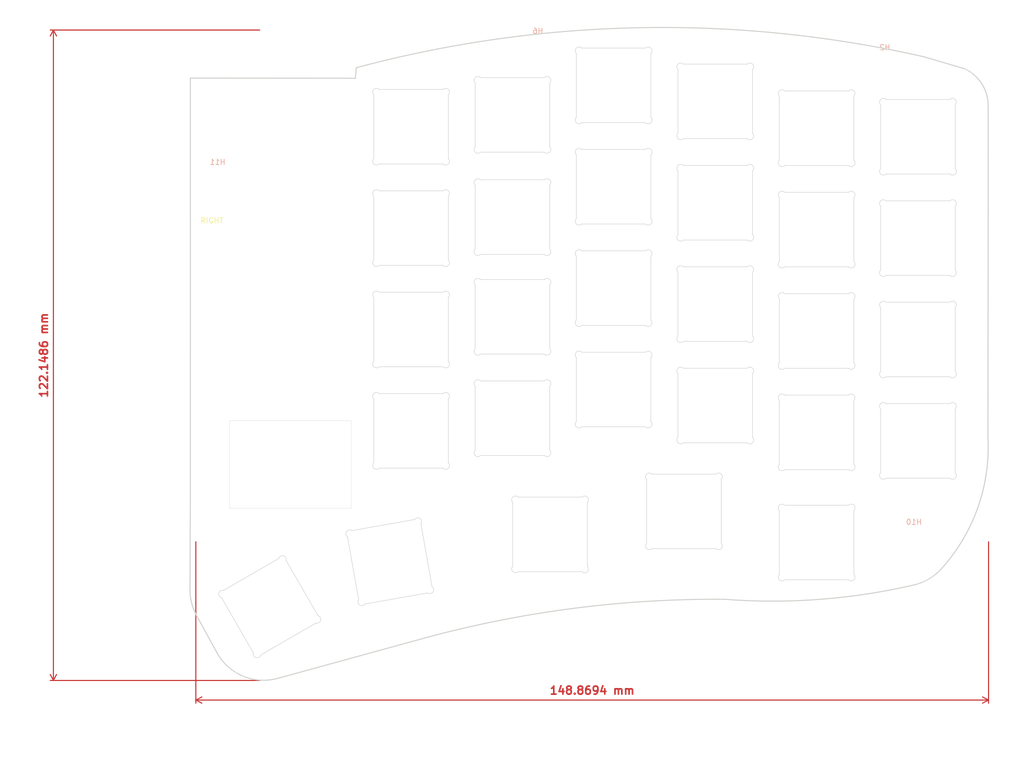
<source format=kicad_pcb>
(kicad_pcb (version 20211014) (generator pcbnew)
  (layers (0 "F.Cu" signal) (31 "B.Cu" signal) (34 "B.Paste" user) (35 "F.Paste" user) (36 "B.SilkS" user "B.Silkscreen") (37 "F.SilkS" user "F.Silkscreen") (38 "B.Mask" user) (39 "F.Mask" user) (44 "Edge.Cuts" user))
  (net 0 "")
  (net 1 "GND")
  (net 2 "+5V")
  (footprint "MountingHole:MountingHole_3.2mm_M3" (layer "B.Cu") (at 219.1004 44.069 180)
    (fp_text reference "H2" (at 0 4.2) (layer "B.SilkS") (effects (justify mirror)))
    (fp_text value "MountingHole")
    (pad "" np_thru_hole circle locked (at 0 0 180) (size 3.2 3.2) (drill 3.2) (layers *.Cu *.Mask))
  )
  (footprint "MountingHole:MountingHole_3.2mm_M3" (layer "B.Cu") (at 168.783 121.0818 180)
    (fp_text reference "H3" hide)
    (fp_text value "MountingHole")
    (pad "" np_thru_hole circle locked (at 0 0 180) (size 3.2 3.2) (drill 3.2) (layers *.Cu *.Mask))
  )
  (footprint "MountingHole:MountingHole_3.2mm_M3" (layer "B.Cu") (at 95.504 134.366 180)
    (fp_text reference "H9" hide)
    (fp_text value "MountingHole")
    (pad "" np_thru_hole circle locked (at 0 0 180) (size 3.2 3.2) (drill 3.2) (layers *.Cu *.Mask))
  )
  (footprint "MountingHole:MountingHole_3.2mm_M3" (layer "B.Cu") (at 224.561 133.198 180)
    (fp_text reference "H10" (at 0 4.2) (layer "B.SilkS") (effects (justify mirror)))
    (fp_text value "MountingHole")
    (pad "" np_thru_hole circle locked (at 0 0 180) (size 3.2 3.2) (drill 3.2) (layers *.Cu *.Mask))
  )
  (footprint "MountingHole:MountingHole_3.2mm_M3" (layer "B.Cu") (at 153.924 40.9956 180)
    (fp_text reference "H6" (at 0 4.2) (layer "B.SilkS") (effects (justify mirror)))
    (fp_text value "MountingHole")
    (pad "" np_thru_hole circle locked (at 0 0 180) (size 3.2 3.2) (drill 3.2) (layers *.Cu *.Mask))
  )
  (footprint "MountingHole:MountingHole_3.2mm_M3" (layer "B.Cu") (at 93.7766 65.6082 180)
    (fp_text reference "H11" (at 0 4.2) (layer "B.SilkS") (effects (justify mirror)))
    (fp_text value "MountingHole")
    (pad "" np_thru_hole circle locked (at 0 0 180) (size 3.2 3.2) (drill 3.2) (layers *.Cu *.Mask))
  )
  (footprint "reversible-kicad-footprints:MX-1U-PlateCutout" (layer "B.Cu") (at 225.298 75.682 180)
    (fp_text reference "SW7")
    (fp_text value "TAB")
    (fp_line (start 6 -7) (end -6 -7) (layer "Edge.Cuts") (width 0.1))
    (fp_line (start -6 7) (end 6 7) (layer "Edge.Cuts") (width 0.1))
    (fp_line (start 7 6) (end 7 -6) (layer "Edge.Cuts") (width 0.1))
    (fp_line (start -7 -6) (end -7 6) (layer "Edge.Cuts") (width 0.1))
    (fp_arc (start 6 -7) (mid 7 -7) (end 7 -6) (layer "Edge.Cuts") (width 0.1))
    (fp_arc (start -7 -6) (mid -7 -7) (end -6 -7) (layer "Edge.Cuts") (width 0.1))
    (fp_arc (start 7 6) (mid 7 7) (end 6 7) (layer "Edge.Cuts") (width 0.1))
    (fp_arc (start -6 7) (mid -7 7) (end -7 6) (layer "Edge.Cuts") (width 0.1))
  )
  (footprint "reversible-kicad-footprints:MX-1U-PlateCutout" (layer "B.Cu") (at 206.273 55.0398 180)
    (fp_text reference "SW2")
    (fp_text value "1")
    (fp_line (start -7 -6) (end -7 6) (layer "Edge.Cuts") (width 0.1))
    (fp_line (start 6 -7) (end -6 -7) (layer "Edge.Cuts") (width 0.1))
    (fp_line (start -6 7) (end 6 7) (layer "Edge.Cuts") (width 0.1))
    (fp_line (start 7 6) (end 7 -6) (layer "Edge.Cuts") (width 0.1))
    (fp_arc (start -7 -6) (mid -7 -7) (end -6 -7) (layer "Edge.Cuts") (width 0.1))
    (fp_arc (start -6 7) (mid -7 7) (end -7 6) (layer "Edge.Cuts") (width 0.1))
    (fp_arc (start 6 -7) (mid 7 -7) (end 7 -6) (layer "Edge.Cuts") (width 0.1))
    (fp_arc (start 7 6) (mid 7 7) (end 6 7) (layer "Edge.Cuts") (width 0.1))
  )
  (footprint "reversible-kicad-footprints:MX-1U-PlateCutout" (layer "B.Cu") (at 149.153 109.498 180)
    (fp_text reference "SW23")
    (fp_text value "C")
    (fp_line (start -7 -6) (end -7 6) (layer "Edge.Cuts") (width 0.1))
    (fp_line (start 6 -7) (end -6 -7) (layer "Edge.Cuts") (width 0.1))
    (fp_line (start -6 7) (end 6 7) (layer "Edge.Cuts") (width 0.1))
    (fp_line (start 7 6) (end 7 -6) (layer "Edge.Cuts") (width 0.1))
    (fp_arc (start -7 -6) (mid -7 -7) (end -6 -7) (layer "Edge.Cuts") (width 0.1))
    (fp_arc (start -6 7) (mid -7 7) (end -7 6) (layer "Edge.Cuts") (width 0.1))
    (fp_arc (start 6 -7) (mid 7 -7) (end 7 -6) (layer "Edge.Cuts") (width 0.1))
    (fp_arc (start 7 6) (mid 7 7) (end 6 7) (layer "Edge.Cuts") (width 0.1))
  )
  (footprint "reversible-kicad-footprints:MX-1U-PlateCutout" (layer "B.Cu") (at 130.113 111.878 180)
    (fp_text reference "SW24")
    (fp_text value "V")
    (fp_line (start 6 -7) (end -6 -7) (layer "Edge.Cuts") (width 0.1))
    (fp_line (start -7 -6) (end -7 6) (layer "Edge.Cuts") (width 0.1))
    (fp_line (start -6 7) (end 6 7) (layer "Edge.Cuts") (width 0.1))
    (fp_line (start 7 6) (end 7 -6) (layer "Edge.Cuts") (width 0.1))
    (fp_arc (start 7 6) (mid 7 7) (end 6 7) (layer "Edge.Cuts") (width 0.1))
    (fp_arc (start -7 -6) (mid -7 -7) (end -6 -7) (layer "Edge.Cuts") (width 0.1))
    (fp_arc (start -6 7) (mid -7 7) (end -7 6) (layer "Edge.Cuts") (width 0.1))
    (fp_arc (start 6 -7) (mid 7 -7) (end 7 -6) (layer "Edge.Cuts") (width 0.1))
  )
  (footprint "reversible-kicad-footprints:MX-1U-PlateCutout" (layer "B.Cu") (at 168.148 104.1102 180)
    (fp_text reference "SW22")
    (fp_text value "X")
    (fp_line (start -7 -6) (end -7 6) (layer "Edge.Cuts") (width 0.1))
    (fp_line (start 7 6) (end 7 -6) (layer "Edge.Cuts") (width 0.1))
    (fp_line (start 6 -7) (end -6 -7) (layer "Edge.Cuts") (width 0.1))
    (fp_line (start -6 7) (end 6 7) (layer "Edge.Cuts") (width 0.1))
    (fp_arc (start -7 -6) (mid -7 -7) (end -6 -7) (layer "Edge.Cuts") (width 0.1))
    (fp_arc (start -6 7) (mid -7 7) (end -7 6) (layer "Edge.Cuts") (width 0.1))
    (fp_arc (start 7 6) (mid 7 7) (end 6 7) (layer "Edge.Cuts") (width 0.1))
    (fp_arc (start 6 -7) (mid 7 -7) (end 7 -6) (layer "Edge.Cuts") (width 0.1))
  )
  (footprint "reversible-kicad-footprints:MX-1U-PlateCutout" (layer "B.Cu") (at 130.113 54.7578 180)
    (fp_text reference "SW6")
    (fp_text value "5")
    (fp_line (start -6 7) (end 6 7) (layer "Edge.Cuts") (width 0.1))
    (fp_line (start 6 -7) (end -6 -7) (layer "Edge.Cuts") (width 0.1))
    (fp_line (start -7 -6) (end -7 6) (layer "Edge.Cuts") (width 0.1))
    (fp_line (start 7 6) (end 7 -6) (layer "Edge.Cuts") (width 0.1))
    (fp_arc (start 6 -7) (mid 7 -7) (end 7 -6) (layer "Edge.Cuts") (width 0.1))
    (fp_arc (start -6 7) (mid -7 7) (end -7 6) (layer "Edge.Cuts") (width 0.1))
    (fp_arc (start -7 -6) (mid -7 -7) (end -6 -7) (layer "Edge.Cuts") (width 0.1))
    (fp_arc (start 7 6) (mid 7 7) (end 6 7) (layer "Edge.Cuts") (width 0.1))
  )
  (footprint "reversible-kicad-footprints:MX-1U-PlateCutout" (layer "B.Cu") (at 206.273 132.842 180)
    (fp_text reference "SW25")
    (fp_text value "CTRL")
    (fp_line (start -7 -6) (end -7 6) (layer "Edge.Cuts") (width 0.1))
    (fp_line (start -6 7) (end 6 7) (layer "Edge.Cuts") (width 0.1))
    (fp_line (start 7 6) (end 7 -6) (layer "Edge.Cuts") (width 0.1))
    (fp_line (start 6 -7) (end -6 -7) (layer "Edge.Cuts") (width 0.1))
    (fp_arc (start -6 7) (mid -7 7) (end -7 6) (layer "Edge.Cuts") (width 0.1))
    (fp_arc (start 7 6) (mid 7 7) (end 6 7) (layer "Edge.Cuts") (width 0.1))
    (fp_arc (start -7 -6) (mid -7 -7) (end -6 -7) (layer "Edge.Cuts") (width 0.1))
    (fp_arc (start 6 -7) (mid 7 -7) (end 7 -6) (layer "Edge.Cuts") (width 0.1))
  )
  (footprint "reversible-kicad-footprints:MX-1U-PlateCutout" (layer "B.Cu") (at 149.153 52.5378 180)
    (fp_text reference "SW5")
    (fp_text value "4")
    (fp_line (start -7 -6) (end -7 6) (layer "Edge.Cuts") (width 0.1))
    (fp_line (start -6 7) (end 6 7) (layer "Edge.Cuts") (width 0.1))
    (fp_line (start 7 6) (end 7 -6) (layer "Edge.Cuts") (width 0.1))
    (fp_line (start 6 -7) (end -6 -7) (layer "Edge.Cuts") (width 0.1))
    (fp_arc (start 6 -7) (mid 7 -7) (end 7 -6) (layer "Edge.Cuts") (width 0.1))
    (fp_arc (start -7 -6) (mid -7 -7) (end -6 -7) (layer "Edge.Cuts") (width 0.1))
    (fp_arc (start -6 7) (mid -7 7) (end -7 6) (layer "Edge.Cuts") (width 0.1))
    (fp_arc (start 7 6) (mid 7 7) (end 6 7) (layer "Edge.Cuts") (width 0.1))
  )
  (footprint "reversible-kicad-footprints:MX-1U-PlateCutout" (layer "B.Cu") (at 187.233 107.118 180)
    (fp_text reference "SW21")
    (fp_text value "Z")
    (fp_line (start -7 -6) (end -7 6) (layer "Edge.Cuts") (width 0.1))
    (fp_line (start 7 6) (end 7 -6) (layer "Edge.Cuts") (width 0.1))
    (fp_line (start -6 7) (end 6 7) (layer "Edge.Cuts") (width 0.1))
    (fp_line (start 6 -7) (end -6 -7) (layer "Edge.Cuts") (width 0.1))
    (fp_arc (start -6 7) (mid -7 7) (end -7 6) (layer "Edge.Cuts") (width 0.1))
    (fp_arc (start 7 6) (mid 7 7) (end 6 7) (layer "Edge.Cuts") (width 0.1))
    (fp_arc (start 6 -7) (mid 7 -7) (end 7 -6) (layer "Edge.Cuts") (width 0.1))
    (fp_arc (start -7 -6) (mid -7 -7) (end -6 -7) (layer "Edge.Cuts") (width 0.1))
  )
  (footprint "reversible-kicad-footprints:MX-1U-PlateCutout" (layer "B.Cu") (at 130.113 73.7978 180)
    (fp_text reference "SW12")
    (fp_text value "T")
    (fp_line (start -7 -6) (end -7 6) (layer "Edge.Cuts") (width 0.1))
    (fp_line (start 7 6) (end 7 -6) (layer "Edge.Cuts") (width 0.1))
    (fp_line (start 6 -7) (end -6 -7) (layer "Edge.Cuts") (width 0.1))
    (fp_line (start -6 7) (end 6 7) (layer "Edge.Cuts") (width 0.1))
    (fp_arc (start -6 7) (mid -7 7) (end -7 6) (layer "Edge.Cuts") (width 0.1))
    (fp_arc (start 6 -7) (mid 7 -7) (end 7 -6) (layer "Edge.Cuts") (width 0.1))
    (fp_arc (start 7 6) (mid 7 7) (end 6 7) (layer "Edge.Cuts") (width 0.1))
    (fp_arc (start -7 -6) (mid -7 -7) (end -6 -7) (layer "Edge.Cuts") (width 0.1))
  )
  (footprint "reversible-kicad-footprints:MX-1U-PlateCutout" (layer "B.Cu") (at 156.21 131.318 180)
    (fp_text reference "SW27")
    (fp_text value "ALT")
    (fp_line (start -6 7) (end 6 7) (layer "Edge.Cuts") (width 0.1))
    (fp_line (start 6 -7) (end -6 -7) (layer "Edge.Cuts") (width 0.1))
    (fp_line (start 7 6) (end 7 -6) (layer "Edge.Cuts") (width 0.1))
    (fp_line (start -7 -6) (end -7 6) (layer "Edge.Cuts") (width 0.1))
    (fp_arc (start 6 -7) (mid 7 -7) (end 7 -6) (layer "Edge.Cuts") (width 0.1))
    (fp_arc (start -6 7) (mid -7 7) (end -7 6) (layer "Edge.Cuts") (width 0.1))
    (fp_arc (start 7 6) (mid 7 7) (end 6 7) (layer "Edge.Cuts") (width 0.1))
    (fp_arc (start -7 -6) (mid -7 -7) (end -6 -7) (layer "Edge.Cuts") (width 0.1))
  )
  (footprint "reversible-kicad-footprints:MX-1U-PlateCutout" (layer "B.Cu") (at 103.575 144.9 120)
    (fp_text reference "SW29")
    (fp_text value "C")
    (fp_line (start -6 7) (end 6 7) (layer "Edge.Cuts") (width 0.1))
    (fp_line (start -7 -6) (end -7 6) (layer "Edge.Cuts") (width 0.1))
    (fp_line (start 7 6) (end 7 -6) (layer "Edge.Cuts") (width 0.1))
    (fp_line (start 6 -7) (end -6 -7) (layer "Edge.Cuts") (width 0.1))
    (fp_arc (start -7 -6) (mid -7 -7) (end -6 -7) (layer "Edge.Cuts") (width 0.1))
    (fp_arc (start 7 6) (mid 7 7) (end 6 7) (layer "Edge.Cuts") (width 0.1))
    (fp_arc (start 6 -7) (mid 7 -7) (end 7 -6) (layer "Edge.Cuts") (width 0.1))
    (fp_arc (start -6 7) (mid -7 7) (end -7 6) (layer "Edge.Cuts") (width 0.1))
  )
  (footprint "reversible-kicad-footprints:MX-1U-PlateCutout" (layer "B.Cu") (at 126.1132 136.4598 -170)
    (fp_text reference "SW28")
    (fp_text value "X")
    (fp_line (start 7 6) (end 7 -6) (layer "Edge.Cuts") (width 0.1))
    (fp_line (start -6 7) (end 6 7) (layer "Edge.Cuts") (width 0.1))
    (fp_line (start -7 -6) (end -7 6) (layer "Edge.Cuts") (width 0.1))
    (fp_line (start 6 -7) (end -6 -7) (layer "Edge.Cuts") (width 0.1))
    (fp_arc (start 7 6) (mid 7 7) (end 6 7) (layer "Edge.Cuts") (width 0.1))
    (fp_arc (start 6 -7) (mid 7 -7) (end 7 -6) (layer "Edge.Cuts") (width 0.1))
    (fp_arc (start -6 7) (mid -7 7) (end -7 6) (layer "Edge.Cuts") (width 0.1))
    (fp_arc (start -7 -6) (mid -7 -7) (end -6 -7) (layer "Edge.Cuts") (width 0.1))
  )
  (footprint "reversible-kicad-footprints:MX-1U-PlateCutout" (layer "B.Cu") (at 225.298 94.722 180)
    (fp_text reference "SW13")
    (fp_text value "CAPS")
    (fp_line (start 7 6) (end 7 -6) (layer "Edge.Cuts") (width 0.1))
    (fp_line (start -6 7) (end 6 7) (layer "Edge.Cuts") (width 0.1))
    (fp_line (start -7 -6) (end -7 6) (layer "Edge.Cuts") (width 0.1))
    (fp_line (start 6 -7) (end -6 -7) (layer "Edge.Cuts") (width 0.1))
    (fp_arc (start -7 -6) (mid -7 -7) (end -6 -7) (layer "Edge.Cuts") (width 0.1))
    (fp_arc (start -6 7) (mid -7 7) (end -7 6) (layer "Edge.Cuts") (width 0.1))
    (fp_arc (start 7 6) (mid 7 7) (end 6 7) (layer "Edge.Cuts") (width 0.1))
    (fp_arc (start 6 -7) (mid 7 -7) (end 7 -6) (layer "Edge.Cuts") (width 0.1))
  )
  (footprint "reversible-kicad-footprints:MX-1U-PlateCutout" (layer "B.Cu") (at 149.153 90.4578 180)
    (fp_text reference "SW17")
    (fp_text value "F")
    (fp_line (start 7 6) (end 7 -6) (layer "Edge.Cuts") (width 0.1))
    (fp_line (start 6 -7) (end -6 -7) (layer "Edge.Cuts") (width 0.1))
    (fp_line (start -6 7) (end 6 7) (layer "Edge.Cuts") (width 0.1))
    (fp_line (start -7 -6) (end -7 6) (layer "Edge.Cuts") (width 0.1))
    (fp_arc (start -7 -6) (mid -7 -7) (end -6 -7) (layer "Edge.Cuts") (width 0.1))
    (fp_arc (start 7 6) (mid 7 7) (end 6 7) (layer "Edge.Cuts") (width 0.1))
    (fp_arc (start -6 7) (mid -7 7) (end -7 6) (layer "Edge.Cuts") (width 0.1))
    (fp_arc (start 6 -7) (mid 7 -7) (end 7 -6) (layer "Edge.Cuts") (width 0.1))
  )
  (footprint "reversible-kicad-footprints:MX-1U-PlateCutout" (layer "B.Cu") (at 168.148 66.03 180)
    (fp_text reference "SW10")
    (fp_text value "E")
    (fp_line (start -7 -6) (end -7 6) (layer "Edge.Cuts") (width 0.1))
    (fp_line (start -6 7) (end 6 7) (layer "Edge.Cuts") (width 0.1))
    (fp_line (start 6 -7) (end -6 -7) (layer "Edge.Cuts") (width 0.1))
    (fp_line (start 7 6) (end 7 -6) (layer "Edge.Cuts") (width 0.1))
    (fp_arc (start -7 -6) (mid -7 -7) (end -6 -7) (layer "Edge.Cuts") (width 0.1))
    (fp_arc (start -6 7) (mid -7 7) (end -7 6) (layer "Edge.Cuts") (width 0.1))
    (fp_arc (start 7 6) (mid 7 7) (end 6 7) (layer "Edge.Cuts") (width 0.1))
    (fp_arc (start 6 -7) (mid 7 -7) (end 7 -6) (layer "Edge.Cuts") (width 0.1))
  )
  (footprint "reversible-kicad-footprints:MX-1U-PlateCutout" (layer "B.Cu") (at 206.273 112.16 180)
    (fp_text reference "SW20")
    (fp_text value "<")
    (fp_line (start 7 6) (end 7 -6) (layer "Edge.Cuts") (width 0.1))
    (fp_line (start -6 7) (end 6 7) (layer "Edge.Cuts") (width 0.1))
    (fp_line (start 6 -7) (end -6 -7) (layer "Edge.Cuts") (width 0.1))
    (fp_line (start -7 -6) (end -7 6) (layer "Edge.Cuts") (width 0.1))
    (fp_arc (start -6 7) (mid -7 7) (end -7 6) (layer "Edge.Cuts") (width 0.1))
    (fp_arc (start 6 -7) (mid 7 -7) (end 7 -6) (layer "Edge.Cuts") (width 0.1))
    (fp_arc (start 7 6) (mid 7 7) (end 6 7) (layer "Edge.Cuts") (width 0.1))
    (fp_arc (start -7 -6) (mid -7 -7) (end -6 -7) (layer "Edge.Cuts") (width 0.1))
  )
  (footprint "reversible-kicad-footprints:MX-1U-PlateCutout" (layer "B.Cu") (at 168.148 85.07 180)
    (fp_text reference "SW16")
    (fp_text value "D")
    (fp_line (start 7 6) (end 7 -6) (layer "Edge.Cuts") (width 0.1))
    (fp_line (start -7 -6) (end -7 6) (layer "Edge.Cuts") (width 0.1))
    (fp_line (start 6 -7) (end -6 -7) (layer "Edge.Cuts") (width 0.1))
    (fp_line (start -6 7) (end 6 7) (layer "Edge.Cuts") (width 0.1))
    (fp_arc (start 6 -7) (mid 7 -7) (end 7 -6) (layer "Edge.Cuts") (width 0.1))
    (fp_arc (start 7 6) (mid 7 7) (end 6 7) (layer "Edge.Cuts") (width 0.1))
    (fp_arc (start -7 -6) (mid -7 -7) (end -6 -7) (layer "Edge.Cuts") (width 0.1))
    (fp_arc (start -6 7) (mid -7 7) (end -7 6) (layer "Edge.Cuts") (width 0.1))
  )
  (footprint "reversible-kicad-footprints:MX-1U-PlateCutout" (layer "B.Cu") (at 149.153 71.7378 180)
    (fp_text reference "SW11")
    (fp_text value "R")
    (fp_line (start -7 -6) (end -7 6) (layer "Edge.Cuts") (width 0.1))
    (fp_line (start 7 6) (end 7 -6) (layer "Edge.Cuts") (width 0.1))
    (fp_line (start 6 -7) (end -6 -7) (layer "Edge.Cuts") (width 0.1))
    (fp_line (start -6 7) (end 6 7) (layer "Edge.Cuts") (width 0.1))
    (fp_arc (start -7 -6) (mid -7 -7) (end -6 -7) (layer "Edge.Cuts") (width 0.1))
    (fp_arc (start -6 7) (mid -7 7) (end -7 6) (layer "Edge.Cuts") (width 0.1))
    (fp_arc (start 6 -7) (mid 7 -7) (end 7 -6) (layer "Edge.Cuts") (width 0.1))
    (fp_arc (start 7 6) (mid 7 7) (end 6 7) (layer "Edge.Cuts") (width 0.1))
  )
  (footprint "reversible-kicad-footprints:MX-1U-PlateCutout" (layer "B.Cu") (at 187.233 69.0378 180)
    (fp_text reference "SW9")
    (fp_text value "W")
    (fp_line (start 6 -7) (end -6 -7) (layer "Edge.Cuts") (width 0.1))
    (fp_line (start -7 -6) (end -7 6) (layer "Edge.Cuts") (width 0.1))
    (fp_line (start 7 6) (end 7 -6) (layer "Edge.Cuts") (width 0.1))
    (fp_line (start -6 7) (end 6 7) (layer "Edge.Cuts") (width 0.1))
    (fp_arc (start 7 6) (mid 7 7) (end 6 7) (layer "Edge.Cuts") (width 0.1))
    (fp_arc (start 6 -7) (mid 7 -7) (end 7 -6) (layer "Edge.Cuts") (width 0.1))
    (fp_arc (start -6 7) (mid -7 7) (end -7 6) (layer "Edge.Cuts") (width 0.1))
    (fp_arc (start -7 -6) (mid -7 -7) (end -6 -7) (layer "Edge.Cuts") (width 0.1))
  )
  (footprint "reversible-kicad-footprints:MX-1U-PlateCutout" (layer "B.Cu") (at 187.233 49.9978 180)
    (fp_text reference "SW3")
    (fp_text value "2")
    (fp_line (start 6 -7) (end -6 -7) (layer "Edge.Cuts") (width 0.1))
    (fp_line (start -7 -6) (end -7 6) (layer "Edge.Cuts") (width 0.1))
    (fp_line (start -6 7) (end 6 7) (layer "Edge.Cuts") (width 0.1))
    (fp_line (start 7 6) (end 7 -6) (layer "Edge.Cuts") (width 0.1))
    (fp_arc (start 6 -7) (mid 7 -7) (end 7 -6) (layer "Edge.Cuts") (width 0.1))
    (fp_arc (start -7 -6) (mid -7 -7) (end -6 -7) (layer "Edge.Cuts") (width 0.1))
    (fp_arc (start 7 6) (mid 7 7) (end 6 7) (layer "Edge.Cuts") (width 0.1))
    (fp_arc (start -6 7) (mid -7 7) (end -7 6) (layer "Edge.Cuts") (width 0.1))
  )
  (footprint "reversible-kicad-footprints:MX-1U-PlateCutout" (layer "B.Cu") (at 130.113 92.8378 180)
    (fp_text reference "SW18")
    (fp_text value "G")
    (fp_line (start 6 -7) (end -6 -7) (layer "Edge.Cuts") (width 0.1))
    (fp_line (start 7 6) (end 7 -6) (layer "Edge.Cuts") (width 0.1))
    (fp_line (start -6 7) (end 6 7) (layer "Edge.Cuts") (width 0.1))
    (fp_line (start -7 -6) (end -7 6) (layer "Edge.Cuts") (width 0.1))
    (fp_arc (start -6 7) (mid -7 7) (end -7 6) (layer "Edge.Cuts") (width 0.1))
    (fp_arc (start 7 6) (mid 7 7) (end 6 7) (layer "Edge.Cuts") (width 0.1))
    (fp_arc (start 6 -7) (mid 7 -7) (end 7 -6) (layer "Edge.Cuts") (width 0.1))
    (fp_arc (start -7 -6) (mid -7 -7) (end -6 -7) (layer "Edge.Cuts") (width 0.1))
  )
  (footprint "reversible-kicad-footprints:MX-1U-PlateCutout" (layer "B.Cu") (at 225.298 56.642 180)
    (fp_text reference "SW1")
    (fp_text value "ESC")
    (fp_line (start -7 -6) (end -7 6) (layer "Edge.Cuts") (width 0.1))
    (fp_line (start -6 7) (end 6 7) (layer "Edge.Cuts") (width 0.1))
    (fp_line (start 7 6) (end 7 -6) (layer "Edge.Cuts") (width 0.1))
    (fp_line (start 6 -7) (end -6 -7) (layer "Edge.Cuts") (width 0.1))
    (fp_arc (start -6 7) (mid -7 7) (end -7 6) (layer "Edge.Cuts") (width 0.1))
    (fp_arc (start -7 -6) (mid -7 -7) (end -6 -7) (layer "Edge.Cuts") (width 0.1))
    (fp_arc (start 6 -7) (mid 7 -7) (end 7 -6) (layer "Edge.Cuts") (width 0.1))
    (fp_arc (start 7 6) (mid 7 7) (end 6 7) (layer "Edge.Cuts") (width 0.1))
  )
  (footprint "reversible-kicad-footprints:MX-1U-PlateCutout" (layer "B.Cu") (at 168.148 46.99 180)
    (fp_text reference "SW4")
    (fp_text value "3")
    (fp_line (start -7 -6) (end -7 6) (layer "Edge.Cuts") (width 0.1))
    (fp_line (start 6 -7) (end -6 -7) (layer "Edge.Cuts") (width 0.1))
    (fp_line (start -6 7) (end 6 7) (layer "Edge.Cuts") (width 0.1))
    (fp_line (start 7 6) (end 7 -6) (layer "Edge.Cuts") (width 0.1))
    (fp_arc (start -7 -6) (mid -7 -7) (end -6 -7) (layer "Edge.Cuts") (width 0.1))
    (fp_arc (start 7 6) (mid 7 7) (end 6 7) (layer "Edge.Cuts") (width 0.1))
    (fp_arc (start 6 -7) (mid 7 -7) (end 7 -6) (layer "Edge.Cuts") (width 0.1))
    (fp_arc (start -6 7) (mid -7 7) (end -7 6) (layer "Edge.Cuts") (width 0.1))
  )
  (footprint "reversible-kicad-footprints:MX-1U-PlateCutout" (layer "B.Cu") (at 206.273 93.1198 180)
    (fp_text reference "SW14")
    (fp_text value "A")
    (fp_line (start 6 -7) (end -6 -7) (layer "Edge.Cuts") (width 0.1))
    (fp_line (start -6 7) (end 6 7) (layer "Edge.Cuts") (width 0.1))
    (fp_line (start -7 -6) (end -7 6) (layer "Edge.Cuts") (width 0.1))
    (fp_line (start 7 6) (end 7 -6) (layer "Edge.Cuts") (width 0.1))
    (fp_arc (start -6 7) (mid -7 7) (end -7 6) (layer "Edge.Cuts") (width 0.1))
    (fp_arc (start 7 6) (mid 7 7) (end 6 7) (layer "Edge.Cuts") (width 0.1))
    (fp_arc (start 6 -7) (mid 7 -7) (end 7 -6) (layer "Edge.Cuts") (width 0.1))
    (fp_arc (start -7 -6) (mid -7 -7) (end -6 -7) (layer "Edge.Cuts") (width 0.1))
  )
  (footprint "reversible-kicad-footprints:MX-1U-PlateCutout" (layer "B.Cu") (at 187.233 88.0778 180)
    (fp_text reference "SW15")
    (fp_text value "S")
    (fp_line (start 6 -7) (end -6 -7) (layer "Edge.Cuts") (width 0.1))
    (fp_line (start -6 7) (end 6 7) (layer "Edge.Cuts") (width 0.1))
    (fp_line (start 7 6) (end 7 -6) (layer "Edge.Cuts") (width 0.1))
    (fp_line (start -7 -6) (end -7 6) (layer "Edge.Cuts") (width 0.1))
    (fp_arc (start -6 7) (mid -7 7) (end -7 6) (layer "Edge.Cuts") (width 0.1))
    (fp_arc (start 6 -7) (mid 7 -7) (end 7 -6) (layer "Edge.Cuts") (width 0.1))
    (fp_arc (start 7 6) (mid 7 7) (end 6 7) (layer "Edge.Cuts") (width 0.1))
    (fp_arc (start -7 -6) (mid -7 -7) (end -6 -7) (layer "Edge.Cuts") (width 0.1))
  )
  (footprint "reversible-kicad-footprints:MX-1U-PlateCutout" (layer "B.Cu") (at 181.356 127 180)
    (fp_text reference "SW26")
    (fp_text value "SUPER")
    (fp_line (start -6 7) (end 6 7) (layer "Edge.Cuts") (width 0.1))
    (fp_line (start -7 -6) (end -7 6) (layer "Edge.Cuts") (width 0.1))
    (fp_line (start 6 -7) (end -6 -7) (layer "Edge.Cuts") (width 0.1))
    (fp_line (start 7 6) (end 7 -6) (layer "Edge.Cuts") (width 0.1))
    (fp_arc (start -6 7) (mid -7 7) (end -7 6) (layer "Edge.Cuts") (width 0.1))
    (fp_arc (start 7 6) (mid 7 7) (end 6 7) (layer "Edge.Cuts") (width 0.1))
    (fp_arc (start 6 -7) (mid 7 -7) (end 7 -6) (layer "Edge.Cuts") (width 0.1))
    (fp_arc (start -7 -6) (mid -7 -7) (end -6 -7) (layer "Edge.Cuts") (width 0.1))
  )
  (footprint "reversible-kicad-footprints:MX-1U-PlateCutout" (layer "B.Cu") (at 206.273 74.0798 180)
    (fp_text reference "SW8")
    (fp_text value "Q")
    (fp_line (start -7 -6) (end -7 6) (layer "Edge.Cuts") (width 0.1))
    (fp_line (start 7 6) (end 7 -6) (layer "Edge.Cuts") (width 0.1))
    (fp_line (start 6 -7) (end -6 -7) (layer "Edge.Cuts") (width 0.1))
    (fp_line (start -6 7) (end 6 7) (layer "Edge.Cuts") (width 0.1))
    (fp_arc (start -6 7) (mid -7 7) (end -7 6) (layer "Edge.Cuts") (width 0.1))
    (fp_arc (start 7 6) (mid 7 7) (end 6 7) (layer "Edge.Cuts") (width 0.1))
    (fp_arc (start 6 -7) (mid 7 -7) (end 7 -6) (layer "Edge.Cuts") (width 0.1))
    (fp_arc (start -7 -6) (mid -7 -7) (end -6 -7) (layer "Edge.Cuts") (width 0.1))
  )
  (footprint "reversible-kicad-footprints:MX-1U-PlateCutout" (layer "B.Cu") (at 225.298 113.7622 180)
    (fp_text reference "SW19")
    (fp_text value "SHIFT")
    (fp_line (start 7 6) (end 7 -6) (layer "Edge.Cuts") (width 0.1))
    (fp_line (start -7 -6) (end -7 6) (layer "Edge.Cuts") (width 0.1))
    (fp_line (start 6 -7) (end -6 -7) (layer "Edge.Cuts") (width 0.1))
    (fp_line (start -6 7) (end 6 7) (layer "Edge.Cuts") (width 0.1))
    (fp_arc (start -6 7) (mid -7 7) (end -7 6) (layer "Edge.Cuts") (width 0.1))
    (fp_arc (start 6 -7) (mid 7 -7) (end 7 -6) (layer "Edge.Cuts") (width 0.1))
    (fp_arc (start 7 6) (mid 7 7) (end 6 7) (layer "Edge.Cuts") (width 0.1))
    (fp_arc (start -7 -6) (mid -7 -7) (end -6 -7) (layer "Edge.Cuts") (width 0.1))
  )
  (gr_line (start 238.491865 50.956764) (end 238.494865 52.905064) (layer "Edge.Cuts") (width 0.2))
  (gr_arc (start 224.523055 140.822406) (mid 206.896602 143.513358) (end 189.065924 143.511167) (layer "Edge.Cuts") (width 0.2))
  (gr_arc (start 89.828361 146.558168) (mid 88.906053 144.215653) (end 88.598024 141.717024) (layer "Edge.Cuts") (width 0.2))
  (gr_line (start 89.82836 146.558168) (end 93.642096 153.517697) (layer "Edge.Cuts") (width 0.2))
  (gr_arc (start 119.825 43.67827) (mid 172.989764 36.165688) (end 226.404904 41.620387) (layer "Edge.Cuts") (width 0.2))
  (gr_arc (start 105.057893 158.355592) (mid 98.509732 157.91938) (end 93.642096 153.517697) (layer "Edge.Cuts") (width 0.2))
  (gr_arc (start 238.439865 113.133264) (mid 236.526598 126.340194) (end 229.679634 137.794567) (layer "Edge.Cuts") (width 0.2))
  (gr_line (start 238.494865 60.326464) (end 238.494865 52.905064) (layer "Edge.Cuts") (width 0.2))
  (gr_line (start 88.662065 45.632864) (end 88.663365 123.317264) (layer "Edge.Cuts") (width 0.2))
  (gr_line (start 238.494865 70.236264) (end 238.439865 113.133264) (layer "Edge.Cuts") (width 0.2))
  (gr_line (start 88.663365 123.317264) (end 88.598024 141.717024) (layer "Edge.Cuts") (width 0.2))
  (gr_arc (start 229.679634 137.794567) (mid 227.332965 139.70295) (end 224.523055 140.822406) (layer "Edge.Cuts") (width 0.2))
  (gr_line (start 133.011799 150.684906) (end 105.057892 158.355593) (layer "Edge.Cuts") (width 0.2))
  (gr_arc (start 234.082865 43.881064) (mid 237.333197 46.767237) (end 238.491865 50.956764) (layer "Edge.Cuts") (width 0.2))
  (gr_line (start 88.662065 45.632864) (end 119.649865 45.658264) (layer "Edge.Cuts") (width 0.2))
  (gr_line (start 119.649865 45.658264) (end 119.825 43.67827) (layer "Edge.Cuts") (width 0.2))
  (gr_arc (start 133.011799 150.684906) (mid 160.794585 145.189309) (end 189.065924 143.511167) (layer "Edge.Cuts") (width 0.2))
  (gr_line (start 238.494865 70.236264) (end 238.494865 60.326464) (layer "Edge.Cuts") (width 0.2))
  (gr_rect (start 96.012 109.982) (end 118.872 126.3904) (layer "Edge.Cuts") (width 0.05) (fill none))
  (gr_line (start 226.404904 41.620387) (end 234.082865 43.881064) (layer "Edge.Cuts") (width 0.2))
  (gr_text "RIGHT" (at 92.71 72.39) (layer "F.SilkS") (effects (font (size 1 1))))
  (dimension (type aligned) (layer "F.Cu") (pts (xy 89.6874 132.207) (xy 238.5568 132.207)) (height 30.225999) (gr_text "148.8694 mm" (at 164.1221 160.632999) (layer "F.Cu") (effects (font (size 1.5 1.5) (thickness 0.3)))) (format (units 3) (units_format 1) (precision 4)) (style (thickness 0.2) (arrow_length 1.27) (text_position_mode 0) (extension_height 0.58642) (extension_offset 0.5) keep_text_aligned))
  (dimension (type aligned) (layer "F.Cu") (pts (xy 102.1842 158.75) (xy 102.1842 36.6014)) (height -39.243) (gr_text "122.1486 mm" (at 61.1412 97.6757 90) (layer "F.Cu") (effects (font (size 1.5 1.5) (thickness 0.3)))) (format (units 3) (units_format 1) (precision 4)) (style (thickness 0.2) (arrow_length 1.27) (text_position_mode 0) (extension_height 0.58642) (extension_offset 0.5) keep_text_aligned))
)
</source>
